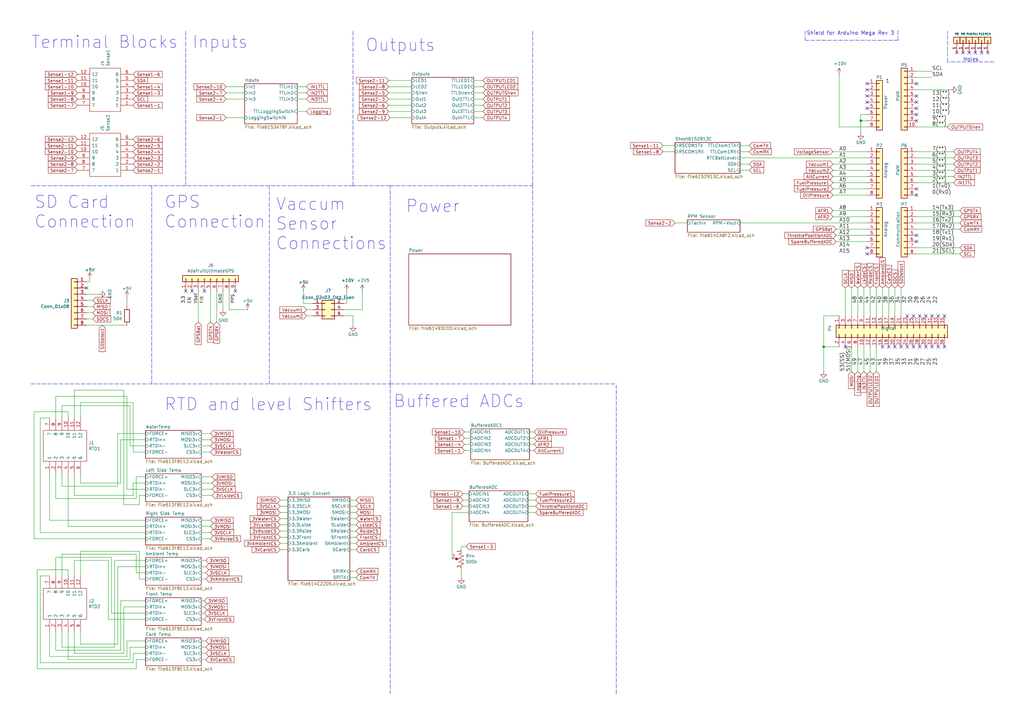
<source format=kicad_sch>
(kicad_sch (version 20211123) (generator eeschema)
  (paper "A3")
  (title_block (date "mar. 31 mars 2015"))
  (junction (at 337.82 142.24))
  (junction (at 353.06 49.53))
  (no_connect (at 78.74 119.38))
  (no_connect (at 392.43 21.59))
  (no_connect (at 355.6 104.14))
  (no_connect (at 355.6 41.91))
  (no_connect (at 355.6 36.83))
  (no_connect (at 355.6 39.37))
  (no_connect (at 355.6 44.45))
  (no_connect (at 355.6 101.6))
  (no_connect (at 375.92 96.52))
  (no_connect (at 375.92 99.06))
  (no_connect (at 364.49 142.24))
  (no_connect (at 367.03 142.24))
  (no_connect (at 375.92 44.45))
  (no_connect (at 394.97 21.59))
  (no_connect (at 375.92 39.37))
  (no_connect (at 83.82 119.38))
  (no_connect (at 355.6 34.29))
  (no_connect (at 387.35 129.54))
  (no_connect (at 387.35 142.24))
  (no_connect (at 405.13 21.59))
  (no_connect (at 375.92 34.29))
  (no_connect (at 346.71 142.24))
  (no_connect (at 375.92 41.91))
  (no_connect (at 375.92 80.01))
  (no_connect (at 397.51 21.59))
  (no_connect (at 35.56 118.11))
  (no_connect (at 375.92 46.99))
  (no_connect (at 96.52 119.38))
  (no_connect (at 372.11 129.54))
  (no_connect (at 384.81 129.54))
  (no_connect (at 377.19 129.54))
  (no_connect (at 382.27 129.54))
  (no_connect (at 379.73 129.54))
  (no_connect (at 374.65 129.54))
  (no_connect (at 372.11 142.24))
  (no_connect (at 374.65 142.24))
  (no_connect (at 382.27 142.24))
  (no_connect (at 384.81 142.24))
  (no_connect (at 361.95 142.24))
  (no_connect (at 377.19 142.24))
  (no_connect (at 379.73 142.24))
  (no_connect (at 369.57 142.24))
  (no_connect (at 375.92 49.53))
  (no_connect (at 402.59 21.59))
  (no_connect (at 400.05 21.59))
  (no_connect (at 76.2 119.38))
  (no_connect (at 375.92 77.47))
  (wire (pts (xy 35.56 125.73) (xy 38.1 125.73)))
  (wire (pts (xy 25.4 166.37) (xy 25.4 171.45)))
  (wire (pts (xy 349.25 142.24) (xy 349.25 152.4)))
  (wire (pts (xy 349.25 118.11) (xy 349.25 129.54)))
  (wire (pts (xy 375.92 91.44) (xy 393.7 91.44)))
  (wire (pts (xy 190.5 177.165) (xy 193.04 177.165)))
  (wire (pts (xy 16.51 271.78) (xy 16.51 236.22)))
  (wire (pts (xy 53.34 265.43) (xy 59.69 265.43)))
  (wire (pts (xy 52.07 162.56) (xy 52.07 200.66)))
  (wire (pts (xy 16.51 171.45) (xy 20.32 171.45)))
  (wire (pts (xy 82.55 213.36) (xy 86.36 213.36)))
  (wire (pts (xy 367.03 118.11) (xy 367.03 129.54)))
  (wire (pts (xy 303.53 69.85) (xy 307.34 69.85)))
  (wire (pts (xy 342.9 93.98) (xy 355.6 93.98)))
  (wire (pts (xy 375.92 67.31) (xy 391.16 67.31)))
  (wire (pts (xy 82.55 248.92) (xy 83.82 248.92)))
  (wire (pts (xy 86.36 119.38) (xy 86.36 132.08)))
  (wire (pts (xy 36.83 115.57) (xy 36.83 114.3)))
  (wire (pts (xy 143.51 225.425) (xy 146.05 225.425)))
  (wire (pts (xy 59.69 182.88) (xy 53.34 182.88)))
  (wire (pts (xy 341.63 69.85) (xy 355.6 69.85)))
  (wire (pts (xy 375.92 74.93) (xy 391.16 74.93)))
  (wire (pts (xy 49.53 266.7) (xy 22.86 266.7)))
  (wire (pts (xy 35.56 115.57) (xy 36.83 115.57)))
  (wire (pts (xy 146.05 234.315) (xy 143.51 234.315)))
  (wire (pts (xy 82.55 270.51) (xy 84.455 270.51)))
  (wire (pts (xy 143.51 205.105) (xy 146.05 205.105)))
  (wire (pts (xy 59.69 246.38) (xy 49.53 246.38)))
  (wire (pts (xy 55.88 270.51) (xy 59.69 270.51)))
  (wire (pts (xy 16.51 218.44) (xy 16.51 171.45)))
  (polyline (pts (xy 330.2 16.51) (xy 368.3 16.51)))
  (wire (pts (xy 190.5 182.245) (xy 193.04 182.245)))
  (wire (pts (xy 59.69 262.89) (xy 52.07 262.89)))
  (wire (pts (xy 382.27 31.75) (xy 375.92 31.75)))
  (wire (pts (xy 303.53 59.69) (xy 307.34 59.69)))
  (wire (pts (xy 52.07 133.35) (xy 35.56 133.35)))
  (wire (pts (xy 342.9 99.06) (xy 355.6 99.06)))
  (wire (pts (xy 189.865 202.565) (xy 192.405 202.565)))
  (wire (pts (xy 59.69 195.58) (xy 55.88 195.58)))
  (wire (pts (xy 351.79 118.11) (xy 351.79 129.54)))
  (wire (pts (xy 81.28 119.38) (xy 81.28 132.08)))
  (wire (pts (xy 82.55 198.12) (xy 86.995 198.12)))
  (wire (pts (xy 143.51 222.885) (xy 146.05 222.885)))
  (wire (pts (xy 13.97 220.98) (xy 59.69 220.98)))
  (wire (pts (xy 25.4 236.22) (xy 25.4 227.33)))
  (wire (pts (xy 30.48 267.97) (xy 50.8 267.97)))
  (wire (pts (xy 125.73 129.54) (xy 128.27 129.54)))
  (wire (pts (xy 22.86 236.22) (xy 22.86 228.6)))
  (wire (pts (xy 159.385 35.56) (xy 168.91 35.56)))
  (wire (pts (xy 38.1 123.19) (xy 35.56 123.19)))
  (wire (pts (xy 53.34 270.51) (xy 53.34 265.43)))
  (wire (pts (xy 143.51 220.345) (xy 146.05 220.345)))
  (wire (pts (xy 159.385 43.18) (xy 168.91 43.18)))
  (wire (pts (xy 148.59 127) (xy 140.97 127)))
  (wire (pts (xy 82.55 220.98) (xy 86.36 220.98)))
  (wire (pts (xy 82.55 267.97) (xy 84.455 267.97)))
  (wire (pts (xy 30.48 160.02) (xy 30.48 171.45)))
  (wire (pts (xy 361.95 118.11) (xy 361.95 129.54)))
  (wire (pts (xy 33.02 165.1) (xy 33.02 171.45)))
  (wire (pts (xy 353.06 49.53) (xy 353.06 54.61)))
  (wire (pts (xy 144.78 129.54) (xy 144.78 133.35)))
  (wire (pts (xy 355.6 49.53) (xy 353.06 49.53)))
  (wire (pts (xy 344.17 142.24) (xy 337.82 142.24)))
  (wire (pts (xy 355.6 74.93) (xy 341.63 74.93)))
  (wire (pts (xy 59.69 267.97) (xy 54.61 267.97)))
  (wire (pts (xy 342.9 96.52) (xy 355.6 96.52)))
  (wire (pts (xy 46.99 229.87) (xy 59.69 229.87)))
  (wire (pts (xy 59.69 203.2) (xy 57.15 203.2)))
  (wire (pts (xy 114.935 217.805) (xy 118.11 217.805)))
  (wire (pts (xy 38.1 128.27) (xy 35.56 128.27)))
  (wire (pts (xy 57.15 203.2) (xy 57.15 207.01)))
  (polyline (pts (xy 218.44 157.48) (xy 252.73 157.48)))
  (wire (pts (xy 359.41 142.24) (xy 359.41 152.4)))
  (wire (pts (xy 341.63 88.9) (xy 355.6 88.9)))
  (wire (pts (xy 82.55 215.9) (xy 86.36 215.9)))
  (wire (pts (xy 341.63 62.23) (xy 355.6 62.23)))
  (wire (pts (xy 52.07 262.89) (xy 52.07 269.24)))
  (wire (pts (xy 216.535 202.565) (xy 219.71 202.565)))
  (wire (pts (xy 33.02 198.12) (xy 33.02 194.31)))
  (wire (pts (xy 121.92 35.56) (xy 125.73 35.56)))
  (wire (pts (xy 82.55 262.89) (xy 84.455 262.89)))
  (wire (pts (xy 143.51 210.185) (xy 146.05 210.185)))
  (wire (pts (xy 82.55 237.49) (xy 84.455 237.49)))
  (polyline (pts (xy 252.73 239.395) (xy 252.73 158.115)))
  (wire (pts (xy 27.94 215.9) (xy 27.94 194.31)))
  (wire (pts (xy 59.69 232.41) (xy 48.26 232.41)))
  (wire (pts (xy 128.27 124.46) (xy 124.46 124.46)))
  (wire (pts (xy 25.4 199.39) (xy 25.4 194.31)))
  (polyline (pts (xy 144.78 76.2) (xy 76.2 76.2)))
  (wire (pts (xy 355.6 46.99) (xy 353.06 46.99)))
  (wire (pts (xy 341.63 77.47) (xy 355.6 77.47)))
  (wire (pts (xy 353.06 46.99) (xy 353.06 49.53)))
  (wire (pts (xy 50.8 267.97) (xy 50.8 248.92)))
  (polyline (pts (xy 388.62 25.4) (xy 388.62 12.7)))
  (wire (pts (xy 27.94 233.68) (xy 15.24 233.68)))
  (wire (pts (xy 48.26 264.16) (xy 33.02 264.16)))
  (wire (pts (xy 142.24 119.38) (xy 142.24 124.46)))
  (wire (pts (xy 194.31 38.1) (xy 198.12 38.1)))
  (wire (pts (xy 59.69 254) (xy 44.45 254)))
  (wire (pts (xy 22.86 171.45) (xy 22.86 162.56)))
  (wire (pts (xy 143.51 215.265) (xy 146.05 215.265)))
  (wire (pts (xy 52.07 269.24) (xy 20.32 269.24)))
  (wire (pts (xy 159.385 45.72) (xy 168.91 45.72)))
  (wire (pts (xy 114.935 207.645) (xy 118.11 207.645)))
  (wire (pts (xy 82.55 251.46) (xy 83.82 251.46)))
  (polyline (pts (xy 144.78 12.7) (xy 144.78 76.2)))
  (wire (pts (xy 30.48 229.87) (xy 30.48 236.22)))
  (wire (pts (xy 356.87 142.24) (xy 356.87 152.4)))
  (wire (pts (xy 91.44 127) (xy 91.44 119.38)))
  (wire (pts (xy 375.92 36.83) (xy 389.89 36.83)))
  (wire (pts (xy 48.26 177.8) (xy 48.26 199.39)))
  (wire (pts (xy 217.17 184.785) (xy 219.075 184.785)))
  (wire (pts (xy 82.55 195.58) (xy 86.995 195.58)))
  (wire (pts (xy 194.31 33.02) (xy 198.12 33.02)))
  (wire (pts (xy 54.61 271.78) (xy 16.51 271.78)))
  (wire (pts (xy 303.53 64.77) (xy 355.6 64.77)))
  (wire (pts (xy 185.42 210.185) (xy 185.42 229.235)))
  (wire (pts (xy 159.385 33.02) (xy 168.91 33.02)))
  (wire (pts (xy 52.07 200.66) (xy 59.69 200.66)))
  (wire (pts (xy 27.94 236.22) (xy 27.94 233.68)))
  (wire (pts (xy 354.33 118.11) (xy 354.33 129.54)))
  (wire (pts (xy 121.92 38.1) (xy 125.73 38.1)))
  (wire (pts (xy 375.92 104.14) (xy 393.7 104.14)))
  (wire (pts (xy 27.94 171.45) (xy 27.94 168.91)))
  (wire (pts (xy 159.385 40.64) (xy 168.91 40.64)))
  (wire (pts (xy 142.24 124.46) (xy 140.97 124.46)))
  (wire (pts (xy 375.92 29.21) (xy 382.27 29.21)))
  (polyline (pts (xy 110.49 76.2) (xy 110.49 157.48)))
  (wire (pts (xy 346.71 118.11) (xy 346.71 129.54)))
  (wire (pts (xy 337.82 142.24) (xy 337.82 152.4)))
  (wire (pts (xy 92.71 38.1) (xy 100.33 38.1)))
  (wire (pts (xy 30.48 259.08) (xy 30.48 267.97)))
  (polyline (pts (xy 76.2 12.7) (xy 76.2 76.2)))
  (wire (pts (xy 59.69 185.42) (xy 54.61 185.42)))
  (wire (pts (xy 25.4 227.33) (xy 55.88 227.33)))
  (polyline (pts (xy 12.7 76.2) (xy 76.2 76.2)))
  (wire (pts (xy 44.45 229.87) (xy 30.48 229.87)))
  (wire (pts (xy 189.23 225.425) (xy 189.23 224.155)))
  (wire (pts (xy 189.23 224.155) (xy 191.135 224.155)))
  (wire (pts (xy 54.61 198.12) (xy 54.61 203.2)))
  (wire (pts (xy 20.32 213.36) (xy 20.32 194.31)))
  (wire (pts (xy 40.64 120.65) (xy 35.56 120.65)))
  (wire (pts (xy 351.79 142.24) (xy 351.79 152.4)))
  (wire (pts (xy 27.94 270.51) (xy 53.34 270.51)))
  (wire (pts (xy 59.69 198.12) (xy 54.61 198.12)))
  (wire (pts (xy 48.26 199.39) (xy 25.4 199.39)))
  (wire (pts (xy 50.8 207.01) (xy 50.8 160.02)))
  (wire (pts (xy 49.53 180.34) (xy 49.53 198.12)))
  (polyline (pts (xy 160.02 76.2) (xy 144.78 76.2)))
  (wire (pts (xy 194.31 48.26) (xy 198.12 48.26)))
  (polyline (pts (xy 160.02 157.48) (xy 218.44 157.48)))
  (wire (pts (xy 13.97 168.91) (xy 13.97 220.98)))
  (wire (pts (xy 194.31 43.18) (xy 198.12 43.18)))
  (wire (pts (xy 143.51 236.855) (xy 146.05 236.855)))
  (wire (pts (xy 375.92 69.85) (xy 391.16 69.85)))
  (polyline (pts (xy 368.3 16.51) (xy 368.3 12.065)))
  (wire (pts (xy 82.55 232.41) (xy 84.455 232.41)))
  (wire (pts (xy 25.4 265.43) (xy 46.99 265.43)))
  (wire (pts (xy 53.34 182.88) (xy 53.34 166.37)))
  (wire (pts (xy 143.51 212.725) (xy 146.05 212.725)))
  (wire (pts (xy 354.33 142.24) (xy 354.33 152.4)))
  (wire (pts (xy 114.935 210.185) (xy 118.11 210.185)))
  (wire (pts (xy 22.86 266.7) (xy 22.86 259.08)))
  (wire (pts (xy 59.69 177.8) (xy 48.26 177.8)))
  (wire (pts (xy 337.82 129.54) (xy 337.82 142.24)))
  (wire (pts (xy 54.61 203.2) (xy 30.48 203.2)))
  (wire (pts (xy 114.935 225.425) (xy 118.11 225.425)))
  (wire (pts (xy 114.935 205.105) (xy 118.11 205.105)))
  (wire (pts (xy 46.99 265.43) (xy 46.99 229.87)))
  (wire (pts (xy 160.02 48.26) (xy 168.91 48.26)))
  (wire (pts (xy 48.26 232.41) (xy 48.26 264.16)))
  (wire (pts (xy 114.935 212.725) (xy 118.11 212.725)))
  (wire (pts (xy 82.55 180.34) (xy 86.36 180.34)))
  (wire (pts (xy 355.6 80.01) (xy 341.63 80.01)))
  (wire (pts (xy 121.92 40.64) (xy 125.73 40.64)))
  (wire (pts (xy 82.55 182.88) (xy 86.36 182.88)))
  (wire (pts (xy 82.55 265.43) (xy 84.455 265.43)))
  (polyline (pts (xy 160.02 157.48) (xy 160.02 76.2)))
  (wire (pts (xy 375.92 52.07) (xy 388.62 52.07)))
  (wire (pts (xy 189.23 233.045) (xy 189.23 236.855)))
  (wire (pts (xy 22.86 228.6) (xy 45.72 228.6)))
  (wire (pts (xy 143.51 207.645) (xy 146.05 207.645)))
  (wire (pts (xy 121.92 45.72) (xy 125.73 45.72)))
  (polyline (pts (xy 407.67 25.4) (xy 388.62 25.4)))
  (wire (pts (xy 25.4 259.08) (xy 25.4 265.43)))
  (wire (pts (xy 55.88 195.58) (xy 55.88 204.47)))
  (wire (pts (xy 50.8 248.92) (xy 59.69 248.92)))
  (wire (pts (xy 49.53 246.38) (xy 49.53 266.7)))
  (wire (pts (xy 20.32 269.24) (xy 20.32 259.08)))
  (wire (pts (xy 194.31 40.64) (xy 198.12 40.64)))
  (wire (pts (xy 216.535 207.645) (xy 219.71 207.645)))
  (wire (pts (xy 35.56 130.81) (xy 38.1 130.81)))
  (wire (pts (xy 375.92 93.98) (xy 393.7 93.98)))
  (wire (pts (xy 92.71 35.56) (xy 100.33 35.56)))
  (wire (pts (xy 276.86 91.44) (xy 281.94 91.44)))
  (wire (pts (xy 216.535 205.105) (xy 219.71 205.105)))
  (wire (pts (xy 82.55 203.2) (xy 86.995 203.2)))
  (wire (pts (xy 375.92 88.9) (xy 393.7 88.9)))
  (wire (pts (xy 15.24 233.68) (xy 15.24 274.32)))
  (wire (pts (xy 45.72 251.46) (xy 59.69 251.46)))
  (wire (pts (xy 30.48 203.2) (xy 30.48 194.31)))
  (wire (pts (xy 140.97 129.54) (xy 144.78 129.54)))
  (wire (pts (xy 369.57 118.11) (xy 369.57 129.54)))
  (wire (pts (xy 54.61 267.97) (xy 54.61 271.78)))
  (wire (pts (xy 33.02 236.22) (xy 33.02 226.06)))
  (wire (pts (xy 125.73 127) (xy 128.27 127)))
  (wire (pts (xy 217.17 179.705) (xy 219.075 179.705)))
  (polyline (pts (xy 62.23 76.2) (xy 62.23 157.48)))
  (wire (pts (xy 341.63 72.39) (xy 355.6 72.39)))
  (wire (pts (xy 189.865 205.105) (xy 192.405 205.105)))
  (wire (pts (xy 82.55 234.95) (xy 84.455 234.95)))
  (wire (pts (xy 124.46 124.46) (xy 124.46 119.38)))
  (wire (pts (xy 93.98 127) (xy 101.6 127)))
  (wire (pts (xy 356.87 118.11) (xy 356.87 129.54)))
  (wire (pts (xy 355.6 52.07) (xy 344.17 52.07)))
  (wire (pts (xy 341.63 86.36) (xy 355.6 86.36)))
  (wire (pts (xy 114.935 215.265) (xy 118.11 215.265)))
  (wire (pts (xy 159.385 38.1) (xy 168.91 38.1)))
  (wire (pts (xy 190.5 179.705) (xy 193.04 179.705)))
  (wire (pts (xy 82.55 200.66) (xy 86.995 200.66)))
  (wire (pts (xy 114.935 220.345) (xy 118.11 220.345)))
  (wire (pts (xy 57.15 226.06) (xy 57.15 237.49)))
  (wire (pts (xy 54.61 165.1) (xy 33.02 165.1)))
  (wire (pts (xy 114.935 222.885) (xy 118.11 222.885)))
  (wire (pts (xy 93.98 127) (xy 93.98 119.38)))
  (polyline (pts (xy 12.7 157.48) (xy 160.02 157.48)))
  (wire (pts (xy 307.34 67.31) (xy 303.53 67.31)))
  (wire (pts (xy 185.42 210.185) (xy 192.405 210.185)))
  (wire (pts (xy 344.17 129.54) (xy 337.82 129.54)))
  (polyline (pts (xy 330.2 12.7) (xy 330.2 16.51)))
  (wire (pts (xy 375.92 101.6) (xy 393.7 101.6)))
  (wire (pts (xy 54.61 185.42) (xy 54.61 165.1)))
  (wire (pts (xy 82.55 185.42) (xy 86.36 185.42)))
  (wire (pts (xy 50.8 160.02) (xy 30.48 160.02)))
  (wire (pts (xy 55.88 227.33) (xy 55.88 234.95)))
  (wire (pts (xy 92.71 40.64) (xy 100.33 40.64)))
  (wire (pts (xy 82.55 218.44) (xy 86.36 218.44)))
  (wire (pts (xy 375.92 62.23) (xy 391.16 62.23)))
  (wire (pts (xy 189.865 207.645) (xy 192.405 207.645)))
  (wire (pts (xy 364.49 118.11) (xy 364.49 129.54)))
  (wire (pts (xy 57.15 207.01) (xy 50.8 207.01)))
  (wire (pts (xy 59.69 180.34) (xy 49.53 180.34)))
  (wire (pts (xy 341.63 67.31) (xy 355.6 67.31)))
  (wire (pts (xy 45.72 228.6) (xy 45.72 251.46)))
  (wire (pts (xy 27.94 168.91) (xy 13.97 168.91)))
  (wire (pts (xy 148.59 119.38) (xy 148.59 127)))
  (wire (pts (xy 59.69 218.44) (xy 16.51 218.44)))
  (wire (pts (xy 375.92 86.36) (xy 393.7 86.36)))
  (wire (pts (xy 44.45 254) (xy 44.45 229.87)))
  (wire (pts (xy 33.02 264.16) (xy 33.02 259.08)))
  (wire (pts (xy 22.86 204.47) (xy 22.86 194.31)))
  (wire (pts (xy 82.55 246.38) (xy 83.82 246.38)))
  (wire (pts (xy 27.94 259.08) (xy 27.94 270.51)))
  (wire (pts (xy 53.34 166.37) (xy 25.4 166.37)))
  (wire (pts (xy 375.92 72.39) (xy 391.16 72.39)))
  (wire (pts (xy 52.07 121.92) (xy 52.07 125.73)))
  (wire (pts (xy 190.5 184.785) (xy 193.04 184.785)))
  (wire (pts (xy 82.55 254) (xy 83.82 254)))
  (wire (pts (xy 143.51 217.805) (xy 146.05 217.805)))
  (polyline (pts (xy 160.02 157.48) (xy 160.02 284.48)))
  (wire (pts (xy 303.53 91.44) (xy 355.6 91.44)))
  (wire (pts (xy 22.86 162.56) (xy 52.07 162.56)))
  (wire (pts (xy 216.535 210.185) (xy 219.71 210.185)))
  (wire (pts (xy 92.71 48.26) (xy 100.33 48.26)))
  (wire (pts (xy 49.53 198.12) (xy 33.02 198.12)))
  (wire (pts (xy 55.88 234.95) (xy 59.69 234.95)))
  (wire (pts (xy 194.31 35.56) (xy 198.12 35.56)))
  (wire (pts (xy 217.17 182.245) (xy 219.075 182.245)))
  (wire (pts (xy 194.31 45.72) (xy 198.12 45.72)))
  (polyline (pts (xy 252.73 239.395) (xy 252.73 285.115)))
  (wire (pts (xy 271.78 62.23) (xy 276.86 62.23)))
  (wire (pts (xy 82.55 229.87) (xy 84.455 229.87)))
  (wire (pts (xy 88.9 119.38) (xy 88.9 132.08)))
  (wire (pts (xy 16.51 236.22) (xy 20.32 236.22)))
  (wire (pts (xy 82.55 177.8) (xy 86.36 177.8)))
  (polyline (pts (xy 160.02 76.2) (xy 218.44 76.2)))
  (wire (pts (xy 375.92 64.77) (xy 391.16 64.77)))
  (wire (pts (xy 55.88 274.32) (xy 55.88 270.51)))
  (wire (pts (xy 15.24 274.32) (xy 55.88 274.32)))
  (wire (pts (xy 59.69 213.36) (xy 20.32 213.36)))
  (wire (pts (xy 344.17 52.07) (xy 344.17 30.48)))
  (wire (pts (xy 307.34 62.23) (xy 303.53 62.23)))
  (polyline (pts (xy 218.44 12.7) (xy 218.44 76.2)))
  (wire (pts (xy 55.88 204.47) (xy 22.86 204.47)))
  (wire (pts (xy 271.78 59.69) (xy 276.86 59.69)))
  (wire (pts (xy 59.69 215.9) (xy 27.94 215.9)))
  (wire (pts (xy 57.15 237.49) (xy 59.69 237.49)))
  (wire (pts (xy 359.41 118.11) (xy 359.41 129.54)))
  (wire (pts (xy 217.17 177.165) (xy 219.075 177.165)))
  (wire (pts (xy 33.02 226.06) (xy 57.15 226.06)))
  (polyline (pts (xy 218.44 157.48) (xy 218.44 76.2)))
  (text "Holes" (at 394.97 25.4 0) (effects (font (size 1.524 1.524)) (justify left bottom)))
  (text "1" (at 363.22 34.29 0) (effects (font (size 1.524 1.524)) (justify left bottom)))
  (text "Shield for Arduino Mega Rev 3" (at 330.835 14.605 0) (effects (font (size 1.524 1.524)) (justify left bottom)))
  (text "Outputs" (at 149.86 21.59 0) (effects (font (size 5 5)) (justify left bottom)))
  (text "Vaccum\nSensor\nConnections" (at 113.03 102.87 0) (effects (font (size 5 5)) (justify left bottom)))
  (text "SD Card\nConnection" (at 13.97 93.98 0) (effects (font (size 5 5)) (justify left bottom)))
  (text "Inputs\n" (at 78.74 20.32 0) (effects (font (size 5 5)) (justify left bottom)))
  (text "Buffered ADCs" (at 161.29 167.64 0) (effects (font (size 5 5)) (justify left bottom)))
  (text "GPS\nConnection" (at 67.31 93.98 0) (effects (font (size 5 5)) (justify left bottom)))
  (text "Terminal Blocks\n" (at 12.7 20.32 0) (effects (font (size 5 5)) (justify left bottom)))
  (text "RTD and level Shifters" (at 67.31 168.91 0) (effects (font (size 5 5)) (justify left bottom)))
  (text "Power" (at 166.37 87.63 0) (effects (font (size 5 5)) (justify left bottom)))
  (label "23" (at 384.81 149.86 90) (effects (font (size 1.524 1.524))))
  (label "19(Rx1)" (at 382.27 99.06 0) (effects (font (size 1.524 1.524))))
  (label "39" (at 364.49 149.86 90) (effects (font (size 1.524 1.524))))
  (label "24" (at 382.27 124.46 90) (effects (font (size 1.524 1.524))))
  (label "37" (at 367.03 149.86 90) (effects (font (size 1.524 1.524))))
  (label "29" (at 377.19 149.86 90) (effects (font (size 1.524 1.524))))
  (label "4(**)" (at 382.27 69.85 0) (effects (font (size 1.524 1.524))))
  (label "1(Tx0)" (at 382.27 77.47 0) (effects (font (size 1.524 1.524))))
  (label "21(SCL)" (at 382.27 104.14 0) (effects (font (size 1.524 1.524))))
  (label "A0" (at 344.17 62.23 0) (effects (font (size 1.524 1.524))))
  (label "11(**)" (at 382.27 44.45 0) (effects (font (size 1.524 1.524))))
  (label "3.3" (at 76.2 124.46 90))
  (label "31" (at 374.65 149.86 90) (effects (font (size 1.524 1.524))))
  (label "0(Rx0)" (at 382.27 80.01 0) (effects (font (size 1.524 1.524))))
  (label "6(**)" (at 382.27 64.77 0) (effects (font (size 1.524 1.524))))
  (label "5(**)" (at 382.27 67.31 0) (effects (font (size 1.524 1.524))))
  (label "9(**)" (at 382.27 49.53 0) (effects (font (size 1.524 1.524))))
  (label "SDA" (at 382.27 31.75 0) (effects (font (size 1.524 1.524))))
  (label "40" (at 361.95 124.46 90) (effects (font (size 1.524 1.524))))
  (label "46" (at 354.33 124.46 90) (effects (font (size 1.524 1.524))))
  (label "A13" (at 344.17 99.06 0) (effects (font (size 1.524 1.524))))
  (label "16(Tx2)" (at 382.27 91.44 0) (effects (font (size 1.524 1.524))))
  (label "A10" (at 344.17 91.44 0) (effects (font (size 1.524 1.524))))
  (label "A5" (at 344.17 74.93 0) (effects (font (size 1.524 1.524))))
  (label "22" (at 384.81 124.46 90) (effects (font (size 1.524 1.524))))
  (label "A8" (at 344.17 86.36 0) (effects (font (size 1.524 1.524))))
  (label "51(MOSI)" (at 349.25 152.4 90) (effects (font (size 1.524 1.524))))
  (label "30" (at 374.65 124.46 90) (effects (font (size 1.524 1.524))))
  (label "EN" (at 78.74 124.46 90))
  (label "17(Rx2)" (at 382.27 93.98 0) (effects (font (size 1.524 1.524))))
  (label "3(**)" (at 382.27 72.39 0) (effects (font (size 1.524 1.524))))
  (label "44" (at 356.87 124.46 90) (effects (font (size 1.524 1.524))))
  (label "A9" (at 344.17 88.9 0) (effects (font (size 1.524 1.524))))
  (label "FIX" (at 83.82 124.46 90))
  (label "43" (at 359.41 149.86 90) (effects (font (size 1.524 1.524))))
  (label "28" (at 377.19 124.46 90) (effects (font (size 1.524 1.524))))
  (label "8(**)" (at 382.27 52.07 0) (effects (font (size 1.524 1.524))))
  (label "A11" (at 344.17 93.98 0) (effects (font (size 1.524 1.524))))
  (label "A12" (at 344.17 96.52 0) (effects (font (size 1.524 1.524))))
  (label "12(**)" (at 382.27 41.91 0) (effects (font (size 1.524 1.524))))
  (label "27" (at 379.73 149.86 90) (effects (font (size 1.524 1.524))))
  (label "38" (at 364.49 124.46 90) (effects (font (size 1.524 1.524))))
  (label "A14" (at 344.17 101.6 0) (effects (font (size 1.524 1.524))))
  (label "A15" (at 344.17 104.14 0) (effects (font (size 1.524 1.524))))
  (label "A3" (at 344.17 69.85 0) (effects (font (size 1.524 1.524))))
  (label "47" (at 354.33 149.86 90) (effects (font (size 1.524 1.524))))
  (label "14(Tx3)" (at 382.27 86.36 0) (effects (font (size 1.524 1.524))))
  (label "GND" (at 91.44 124.46 90))
  (label "41" (at 361.95 149.86 90) (effects (font (size 1.524 1.524))))
  (label "33" (at 372.11 149.86 90) (effects (font (size 1.524 1.524))))
  (label "53(SS)" (at 346.71 152.4 90) (effects (font (size 1.524 1.524))))
  (label "18(Tx1)" (at 382.27 96.52 0) (effects (font (size 1.524 1.524))))
  (label "26" (at 379.73 124.46 90) (effects (font (size 1.524 1.524))))
  (label "A7" (at 344.17 80.01 0) (effects (font (size 1.524 1.524))))
  (label "25" (at 382.27 149.86 90) (effects (font (size 1.524 1.524))))
  (label "A6" (at 344.17 77.47 0) (effects (font (size 1.524 1.524))))
  (label "SCL" (at 382.27 29.21 0) (effects (font (size 1.524 1.524))))
  (label "2(**)" (at 382.27 74.93 0) (effects (font (size 1.524 1.524))))
  (label "42" (at 359.41 124.46 90) (effects (font (size 1.524 1.524))))
  (label "36" (at 367.03 124.46 90) (effects (font (size 1.524 1.524))))
  (label "A4" (at 344.17 72.39 0) (effects (font (size 1.524 1.524))))
  (label "34" (at 369.57 124.46 90) (effects (font (size 1.524 1.524))))
  (label "49" (at 351.79 149.86 90) (effects (font (size 1.524 1.524))))
  (label "10(**)" (at 382.27 46.99 0) (effects (font (size 1.524 1.524))))
  (label "35" (at 369.57 149.86 90) (effects (font (size 1.524 1.524))))
  (label "13(**)" (at 382.27 39.37 0) (effects (font (size 1.524 1.524))))
  (label "A2" (at 344.17 67.31 0) (effects (font (size 1.524 1.524))))
  (label "7(**)" (at 382.27 62.23 0) (effects (font (size 1.524 1.524))))
  (label "Vbat" (at 81.28 124.46 90))
  (label "48" (at 351.79 124.46 90) (effects (font (size 1.524 1.524))))
  (label "45" (at 356.87 149.86 90) (effects (font (size 1.524 1.524))))
  (label "PPS" (at 96.52 124.46 90))
  (label "A1" (at 344.17 64.77 0) (effects (font (size 1.524 1.524))))
  (label "15(Rx3)" (at 382.27 88.9 0) (effects (font (size 1.524 1.524))))
  (label "20(SDA)" (at 382.27 101.6 0) (effects (font (size 1.524 1.524))))
  (label "32" (at 372.11 124.46 90) (effects (font (size 1.524 1.524))))
  (global_label "Sense1-4" (shape input) (at 190.5 182.245 180) (property "Intersheet References" "${INTERSHEET_REFS}" (effects hide)))
  (global_label "GPSRX" (shape input) (at 88.9 132.08 270) (property "Intersheet References" "${INTERSHEET_REFS}" (effects hide)))
  (global_label "MISO" (shape input) (at 349.25 118.11 90) (property "Intersheet References" "${INTERSHEET_REFS}" (effects hide)))
  (global_label "3VMISO" (shape input) (at 86.36 213.36 0) (property "Intersheet References" "${INTERSHEET_REFS}" (effects hide)))
  (global_label "Sense1-1" (shape input) (at 190.5 184.785 180) (property "Intersheet References" "${INTERSHEET_REFS}" (effects hide)))
  (global_label "MOSI" (shape input) (at 38.1 128.27 0) (property "Intersheet References" "${INTERSHEET_REFS}" (effects hide)))
  (global_label "Sense2-6" (shape input) (at 54.61 57.15 0) (property "Intersheet References" "${INTERSHEET_REFS}" (effects hide)))
  (global_label "Sense2-2" (shape input) (at 54.61 67.31 0) (property "Intersheet References" "${INTERSHEET_REFS}" (effects hide)))
  (global_label "Sense2-2" (shape input) (at 276.86 91.44 180) (property "Intersheet References" "${INTERSHEET_REFS}" (effects hide)))
  (global_label "Sense2-8" (shape input) (at 31.75 67.31 180) (property "Intersheet References" "${INTERSHEET_REFS}" (effects hide)))
  (global_label "IN1TTL" (shape input) (at 391.16 74.93 0) (property "Intersheet References" "${INTERSHEET_REFS}" (effects hide)))
  (global_label "FuelPressure2" (shape input) (at 341.63 77.47 180) (property "Intersheet References" "${INTERSHEET_REFS}" (effects hide)))
  (global_label "SCLK" (shape input) (at 38.1 123.19 0) (property "Intersheet References" "${INTERSHEET_REFS}" (effects hide)))
  (global_label "OilPressure" (shape input) (at 341.63 80.01 180) (property "Intersheet References" "${INTERSHEET_REFS}" (effects hide)))
  (global_label "Sense2-4" (shape input) (at 92.71 40.64 180) (property "Intersheet References" "${INTERSHEET_REFS}" (effects hide)))
  (global_label "Sense2-3" (shape input) (at 159.385 40.64 180) (property "Intersheet References" "${INTERSHEET_REFS}" (effects hide)))
  (global_label "IN1TTL" (shape input) (at 125.73 35.56 0) (property "Intersheet References" "${INTERSHEET_REFS}" (effects hide)))
  (global_label "OUTPUTLED2" (shape input) (at 198.12 35.56 0) (property "Intersheet References" "${INTERSHEET_REFS}" (effects hide)))
  (global_label "3VFrontCS" (shape input) (at 83.82 254 0) (property "Intersheet References" "${INTERSHEET_REFS}" (effects hide)))
  (global_label "SCLK" (shape input) (at 346.71 118.11 90) (property "Intersheet References" "${INTERSHEET_REFS}" (effects hide)))
  (global_label "3VSCLK" (shape input) (at 86.36 182.88 0) (property "Intersheet References" "${INTERSHEET_REFS}" (effects hide)))
  (global_label "SDA" (shape input) (at 393.7 101.6 0) (property "Intersheet References" "${INTERSHEET_REFS}" (effects hide)))
  (global_label "Vacuum2" (shape input) (at 125.73 129.54 180) (property "Intersheet References" "${INTERSHEET_REFS}" (effects hide)))
  (global_label "3VMOSI" (shape input) (at 86.995 198.12 0) (property "Intersheet References" "${INTERSHEET_REFS}" (effects hide)))
  (global_label "Vacuum2" (shape input) (at 341.63 69.85 180) (property "Intersheet References" "${INTERSHEET_REFS}" (effects hide)))
  (global_label "IN2TTL" (shape input) (at 391.16 72.39 0) (property "Intersheet References" "${INTERSHEET_REFS}" (effects hide)))
  (global_label "3VMISO" (shape input) (at 84.455 262.89 0) (property "Intersheet References" "${INTERSHEET_REFS}" (effects hide)))
  (global_label "LsideCS" (shape input) (at 354.33 118.11 90) (property "Intersheet References" "${INTERSHEET_REFS}" (effects hide)))
  (global_label "3VCarbCS" (shape input) (at 114.935 225.425 180) (property "Intersheet References" "${INTERSHEET_REFS}" (effects hide)))
  (global_label "Sense1-3" (shape input) (at 54.61 38.1 0) (property "Intersheet References" "${INTERSHEET_REFS}" (effects hide)))
  (global_label "SCL" (shape input) (at 54.61 40.64 0) (property "Intersheet References" "${INTERSHEET_REFS}" (effects hide)))
  (global_label "3VSCLK" (shape input) (at 86.995 200.66 0) (property "Intersheet References" "${INTERSHEET_REFS}" (effects hide)))
  (global_label "ThrottlePositionADC" (shape input) (at 342.9 96.52 180) (property "Intersheet References" "${INTERSHEET_REFS}" (effects hide)))
  (global_label "Sense1-4" (shape input) (at 54.61 35.56 0) (property "Intersheet References" "${INTERSHEET_REFS}" (effects hide)))
  (global_label "OUTPUT2" (shape input) (at 198.12 43.18 0) (property "Intersheet References" "${INTERSHEET_REFS}" (effects hide)))
  (global_label "3VSCLK" (shape input) (at 83.82 251.46 0) (property "Intersheet References" "${INTERSHEET_REFS}" (effects hide)))
  (global_label "ComRX" (shape input) (at 146.05 234.315 0) (property "Intersheet References" "${INTERSHEET_REFS}" (effects hide)))
  (global_label "OUTPUTSiren" (shape input) (at 198.12 38.1 0) (property "Intersheet References" "${INTERSHEET_REFS}" (effects hide)))
  (global_label "OUTPUTLED2" (shape input) (at 356.87 152.4 270) (property "Intersheet References" "${INTERSHEET_REFS}" (effects hide)))
  (global_label "IN3TTL" (shape input) (at 125.73 40.64 0) (property "Intersheet References" "${INTERSHEET_REFS}" (effects hide)))
  (global_label "Sense1-1" (shape input) (at 54.61 43.18 0) (property "Intersheet References" "${INTERSHEET_REFS}" (effects hide)))
  (global_label "FuelPressure1" (shape input) (at 341.63 74.93 180) (property "Intersheet References" "${INTERSHEET_REFS}" (effects hide)))
  (global_label "3VWaterCS" (shape input) (at 86.36 185.42 0) (property "Intersheet References" "${INTERSHEET_REFS}" (effects hide)))
  (global_label "Sense2-8" (shape input) (at 159.385 35.56 180) (property "Intersheet References" "${INTERSHEET_REFS}" (effects hide)))
  (global_label "WaterCS" (shape input) (at 146.05 212.725 0) (property "Intersheet References" "${INTERSHEET_REFS}" (effects hide)))
  (global_label "3VMISO" (shape input) (at 86.36 177.8 0) (property "Intersheet References" "${INTERSHEET_REFS}" (effects hide)))
  (global_label "Sense1-9" (shape input) (at 31.75 38.1 180) (property "Intersheet References" "${INTERSHEET_REFS}" (effects hide)))
  (global_label "3VMISO" (shape input) (at 83.82 246.38 0) (property "Intersheet References" "${INTERSHEET_REFS}" (effects hide)))
  (global_label "Sense2-9" (shape input) (at 31.75 64.77 180) (property "Intersheet References" "${INTERSHEET_REFS}" (effects hide)))
  (global_label "IN2TTL" (shape input) (at 125.73 38.1 0) (property "Intersheet References" "${INTERSHEET_REFS}" (effects hide)))
  (global_label "Sense2-12" (shape input) (at 160.02 48.26 180) (property "Intersheet References" "${INTERSHEET_REFS}" (effects hide)))
  (global_label "Sense1-11" (shape input) (at 271.78 59.69 180) (property "Intersheet References" "${INTERSHEET_REFS}" (effects hide)))
  (global_label "Vacuum1" (shape input) (at 125.73 127 180) (property "Intersheet References" "${INTERSHEET_REFS}" (effects hide)))
  (global_label "AFR1" (shape input) (at 219.075 179.705 0) (property "Intersheet References" "${INTERSHEET_REFS}" (effects hide)))
  (global_label "Sense2-4" (shape input) (at 54.61 62.23 0) (property "Intersheet References" "${INTERSHEET_REFS}" (effects hide)))
  (global_label "ComRX" (shape input) (at 393.7 93.98 0) (property "Intersheet References" "${INTERSHEET_REFS}" (effects hide)))
  (global_label "OUTPUT1" (shape input) (at 198.12 40.64 0) (property "Intersheet References" "${INTERSHEET_REFS}" (effects hide)))
  (global_label "3VSCLK" (shape input) (at 84.455 234.95 0) (property "Intersheet References" "${INTERSHEET_REFS}" (effects hide)))
  (global_label "3VAmbientCS" (shape input) (at 114.935 222.885 180) (property "Intersheet References" "${INTERSHEET_REFS}" (effects hide)))
  (global_label "Sense2-10" (shape input) (at 31.75 62.23 180) (property "Intersheet References" "${INTERSHEET_REFS}" (effects hide)))
  (global_label "3VRsideCS" (shape input) (at 114.935 217.805 180) (property "Intersheet References" "${INTERSHEET_REFS}" (effects hide)))
  (global_label "Sense2-1" (shape input) (at 54.61 69.85 0) (property "Intersheet References" "${INTERSHEET_REFS}" (effects hide)))
  (global_label "Sense2-5" (shape input) (at 54.61 59.69 0) (property "Intersheet References" "${INTERSHEET_REFS}" (effects hide)))
  (global_label "Sense2-7" (shape input) (at 31.75 69.85 180) (property "Intersheet References" "${INTERSHEET_REFS}" (effects hide)))
  (global_label "FuelPressure2" (shape input) (at 219.71 205.105 0) (property "Intersheet References" "${INTERSHEET_REFS}" (effects hide)))
  (global_label "AmbientCS" (shape input) (at 361.95 118.11 90) (property "Intersheet References" "${INTERSHEET_REFS}" (effects hide)))
  (global_label "Sense2-6" (shape input) (at 159.385 43.18 180) (property "Intersheet References" "${INTERSHEET_REFS}" (effects hide)))
  (global_label "ThrottlePositionADC" (shape input) (at 219.71 207.645 0) (property "Intersheet References" "${INTERSHEET_REFS}" (effects hide)))
  (global_label "Sense2-11" (shape input) (at 31.75 59.69 180) (property "Intersheet References" "${INTERSHEET_REFS}" (effects hide)))
  (global_label "3VCarbCS" (shape input) (at 84.455 270.51 0) (property "Intersheet References" "${INTERSHEET_REFS}" (effects hide)))
  (global_label "3VMISO" (shape input) (at 84.455 229.87 0) (property "Intersheet References" "${INTERSHEET_REFS}" (effects hide)))
  (global_label "Sense2-11" (shape input) (at 159.385 33.02 180) (property "Intersheet References" "${INTERSHEET_REFS}" (effects hide)))
  (global_label "MISO" (shape input) (at 146.05 205.105 0) (property "Intersheet References" "${INTERSHEET_REFS}" (effects hide)))
  (global_label "Logging" (shape input) (at 125.73 45.72 0) (property "Intersheet References" "${INTERSHEET_REFS}" (effects hide)))
  (global_label "Sense1-12" (shape input) (at 31.75 30.48 180) (property "Intersheet References" "${INTERSHEET_REFS}" (effects hide)))
  (global_label "GPSRX" (shape input) (at 393.7 88.9 0) (property "Intersheet References" "${INTERSHEET_REFS}" (effects hide)))
  (global_label "SDDetect" (shape input) (at 41.91 133.35 270) (property "Intersheet References" "${INTERSHEET_REFS}" (effects hide)))
  (global_label "RsideCS" (shape input) (at 356.87 118.11 90) (property "Intersheet References" "${INTERSHEET_REFS}" (effects hide)))
  (global_label "3VLsideCS" (shape input) (at 114.935 215.265 180) (property "Intersheet References" "${INTERSHEET_REFS}" (effects hide)))
  (global_label "SCLK" (shape input) (at 146.05 207.645 0) (property "Intersheet References" "${INTERSHEET_REFS}" (effects hide)))
  (global_label "Logging" (shape input) (at 351.79 152.4 270) (property "Intersheet References" "${INTERSHEET_REFS}" (effects hide)))
  (global_label "OUTPUT1" (shape input) (at 391.16 69.85 0) (property "Intersheet References" "${INTERSHEET_REFS}" (effects hide)))
  (global_label "WaterCS" (shape input) (at 351.79 118.11 90) (property "Intersheet References" "${INTERSHEET_REFS}" (effects hide)))
  (global_label "3VMOSI" (shape input) (at 86.36 180.34 0) (property "Intersheet References" "${INTERSHEET_REFS}" (effects hide)))
  (global_label "AFR2" (shape input) (at 219.075 182.245 0) (property "Intersheet References" "${INTERSHEET_REFS}" (effects hide)))
  (global_label "3VFrontCS" (shape input) (at 114.935 220.345 180) (property "Intersheet References" "${INTERSHEET_REFS}" (effects hide)))
  (global_label "SDA" (shape input) (at 307.34 67.31 0) (property "Intersheet References" "${INTERSHEET_REFS}" (effects hide)))
  (global_label "3VMISO" (shape input) (at 114.935 205.105 180) (property "Intersheet References" "${INTERSHEET_REFS}" (effects hide)))
  (global_label "Sense2-9" (shape input) (at 159.385 45.72 180) (property "Intersheet References" "${INTERSHEET_REFS}" (effects hide)))
  (global_label "Sense1-9" (shape input) (at 189.865 205.105 180) (property "Intersheet References" "${INTERSHEET_REFS}" (effects hide)))
  (global_label "3VAmbientCS" (shape input) (at 84.455 237.49 0) (property "Intersheet References" "${INTERSHEET_REFS}" (effects hide)))
  (global_label "ComTX" (shape input) (at 307.34 59.69 0) (property "Intersheet References" "${INTERSHEET_REFS}" (effects hide)))
  (global_label "GPSBat" (shape input) (at 81.28 132.08 270) (property "Intersheet References" "${INTERSHEET_REFS}" (effects hide)))
  (global_label "3VRsideCS" (shape input) (at 86.36 220.98 0) (property "Intersheet References" "${INTERSHEET_REFS}" (effects hide)))
  (global_label "Sense1-6" (shape input) (at 189.865 207.645 180) (property "Intersheet References" "${INTERSHEET_REFS}" (effects hide)))
  (global_label "OUTPUTSiren" (shape input) (at 388.62 52.07 0) (property "Intersheet References" "${INTERSHEET_REFS}" (effects hide)))
  (global_label "IN3TTL" (shape input) (at 354.33 152.4 270) (property "Intersheet References" "${INTERSHEET_REFS}" (effects hide)))
  (global_label "Sense1-10" (shape input) (at 31.75 35.56 180) (property "Intersheet References" "${INTERSHEET_REFS}" (effects hide)))
  (global_label "SDDetect" (shape input) (at 369.57 118.11 90) (property "Intersheet References" "${INTERSHEET_REFS}" (effects hide)))
  (global_label "Sense1-7" (shape input) (at 190.5 179.705 180) (property "Intersheet References" "${INTERSHEET_REFS}" (effects hide)))
  (global_label "3VMISO" (shape input) (at 86.995 195.58 0) (property "Intersheet References" "${INTERSHEET_REFS}" (effects hide)))
  (global_label "MOSI" (shape input) (at 349.25 152.4 270) (property "Intersheet References" "${INTERSHEET_REFS}" (effects hide)))
  (global_label "GPSTX" (shape input) (at 393.7 86.36 0) (property "Intersheet References" "${INTERSHEET_REFS}" (effects hide)))
  (global_label "Sense2-7" (shape input) (at 92.71 38.1 180) (property "Intersheet References" "${INTERSHEET_REFS}" (effects hide)))
  (global_label "SDCS" (shape input) (at 367.03 118.11 90) (property "Intersheet References" "${INTERSHEET_REFS}" (effects hide)))
  (global_label "SpareBufferedADC" (shape input) (at 219.71 210.185 0) (property "Intersheet References" "${INTERSHEET_REFS}" (effects hide)))
  (global_label "3VSCLK" (shape input) (at 114.935 207.645 180) (property "Intersheet References" "${INTERSHEET_REFS}" (effects hide)))
  (global_label "Sense1-8" (shape input) (at 31.75 40.64 180) (property "Intersheet References" "${INTERSHEET_REFS}" (effects hide)))
  (global_label "Sense1-7" (shape input) (at 31.75 43.18 180) (property "Intersheet References" "${INTERSHEET_REFS}" (effects hide)))
  (global_label "SpareBufferedADC" (shape input) (at 342.9 99.06 180) (property "Intersheet References" "${INTERSHEET_REFS}" (effects hide)))
  (global_label "OUTPUTLED1" (shape input) (at 198.12 33.02 0) (property "Intersheet References" "${INTERSHEET_REFS}" (effects hide)))
  (global_label "Sense1-11" (shape input) (at 31.75 33.02 180) (property "Intersheet References" "${INTERSHEET_REFS}" (effects hide)))
  (global_label "OUTPUT4" (shape input) (at 391.16 62.23 0) (property "Intersheet References" "${INTERSHEET_REFS}" (effects hide)))
  (global_label "CarbCS" (shape input) (at 146.05 225.425 0) (property "Intersheet References" "${INTERSHEET_REFS}" (effects hide)))
  (global_label "Sense1-3" (shape input) (at 191.135 224.155 0) (property "Intersheet References" "${INTERSHEET_REFS}" (effects hide)))
  (global_label "Sense2-1" (shape input) (at 92.71 48.26 180) (property "Intersheet References" "${INTERSHEET_REFS}" (effects hide)))
  (global_label "3VSCLK" (shape input) (at 84.455 267.97 0) (property "Intersheet References" "${INTERSHEET_REFS}" (effects hide)))
  (global_label "CarbCS" (shape input) (at 364.49 118.11 90) (property "Intersheet References" "${INTERSHEET_REFS}" (effects hide)))
  (global_label "AmbientCS" (shape input) (at 146.05 222.885 0) (property "Intersheet References" "${INTERSHEET_REFS}" (effects hide)))
  (global_label "3VSCLK" (shape input) (at 86.36 218.44 0) (property "Intersheet References" "${INTERSHEET_REFS}" (effects hide)))
  (global_label "OilPressure" (shape input) (at 219.075 177.165 0) (property "Intersheet References" "${INTERSHEET_REFS}" (effects hide)))
  (global_label "Sense2-3" (shape input) (at 54.61 64.77 0) (property "Intersheet References" "${INTERSHEET_REFS}" (effects hide)))
  (global_label "OUTPUTLED1" (shape input) (at 359.41 152.4 270) (property "Intersheet References" "${INTERSHEET_REFS}" (effects hide)))
  (global_label "Vacuum1" (shape input) (at 341.63 67.31 180) (property "Intersheet References" "${INTERSHEET_REFS}" (effects hide)))
  (global_label "VoltageSensor" (shape input) (at 341.63 62.23 180) (property "Intersheet References" "${INTERSHEET_REFS}" (effects hide)))
  (global_label "Sense2-5" (shape input) (at 159.385 38.1 180) (property "Intersheet References" "${INTERSHEET_REFS}" (effects hide)))
  (global_label "MOSI" (shape input) (at 146.05 210.185 0) (property "Intersheet References" "${INTERSHEET_REFS}" (effects hide)))
  (global_label "Sense1-8" (shape input) (at 271.78 62.23 180) (property "Intersheet References" "${INTERSHEET_REFS}" (effects hide)))
  (global_label "3VMOSI" (shape input) (at 84.455 265.43 0) (property "Intersheet References" "${INTERSHEET_REFS}" (effects hide)))
  (global_label "LsideCS" (shape input) (at 146.05 215.265 0) (property "Intersheet References" "${INTERSHEET_REFS}" (effects hide)))
  (global_label "GPSTX" (shape input) (at 86.36 132.08 270) (property "Intersheet References" "${INTERSHEET_REFS}" (effects hide)))
  (global_label "ComTX" (shape input) (at 393.7 91.44 0) (property "Intersheet References" "${INTERSHEET_REFS}" (effects hide)))
  (global_label "FuelPressure1" (shape input) (at 219.71 202.565 0) (property "Intersheet References" "${INTERSHEET_REFS}" (effects hide)))
  (global_label "Sense1-6" (shape input) (at 54.61 30.48 0) (property "Intersheet References" "${INTERSHEET_REFS}" (effects hide)))
  (global_label "Sense1-10" (shape input) (at 190.5 177.165 180) (property "Intersheet References" "${INTERSHEET_REFS}" (effects hide)))
  (global_label "SDA" (shape input) (at 54.61 33.02 0) (property "Intersheet References" "${INTERSHEET_REFS}" (effects hide)))
  (global_label "ComRX" (shape input) (at 307.34 62.23 0) (property "Intersheet References" "${INTERSHEET_REFS}" (effects hide)))
  (global_label "GPSBat" (shape input) (at 342.9 93.98 180) (property "Intersheet References" "${INTERSHEET_REFS}" (effects hide)))
  (global_label "SCL" (shape input) (at 307.34 69.85 0) (property "Intersheet References" "${INTERSHEET_REFS}" (effects hide)))
  (global_label "3VLsideCS" (shape input) (at 86.995 203.2 0) (property "Intersheet References" "${INTERSHEET_REFS}" (effects hide)))
  (global_label "3VWaterCS" (shape input) (at 114.935 212.725 180) (property "Intersheet References" "${INTERSHEET_REFS}" (effects hide)))
  (global_label "Sense2-12" (shape input) (at 31.75 57.15 180) (property "Intersheet References" "${INTERSHEET_REFS}" (effects hide)))
  (global_label "RsideCS" (shape input) (at 146.05 217.805 0) (property "Intersheet References" "${INTERSHEET_REFS}" (effects hide)))
  (global_label "FrontCS" (shape input) (at 146.05 220.345 0) (property "Intersheet References" "${INTERSHEET_REFS}" (effects hide)))
  (global_label "SDCS" (shape input) (at 38.1 130.81 0) (property "Intersheet References" "${INTERSHEET_REFS}" (effects hide)))
  (global_label "AFR2" (shape input) (at 341.63 88.9 180) (property "Intersheet References" "${INTERSHEET_REFS}" (effects hide)))
  (global_label "FrontCS" (shape input) (at 359.41 118.11 90) (property "Intersheet References" "${INTERSHEET_REFS}" (effects hide)))
  (global_label "OUTPUT2" (shape input) (at 391.16 67.31 0) (property "Intersheet References" "${INTERSHEET_REFS}" (effects hide)))
  (global_label "3VMOSI" (shape input) (at 84.455 232.41 0) (property "Intersheet References" "${INTERSHEET_REFS}" (effects hide)))
  (global_label "ComTX" (shape input) (at 146.05 236.855 0) (property "Intersheet References" "${INTERSHEET_REFS}" (effects hide)))
  (global_label "Sense1-12" (shape input) (at 189.865 202.565 180) (property "Intersheet References" "${INTERSHEET_REFS}" (effects hide)))
  (global_label "3VMOSI" (shape input) (at 83.82 248.92 0) (property "Intersheet References" "${INTERSHEET_REFS}" (effects hide)))
  (global_label "SCL" (shape input) (at 393.7 104.14 0) (property "Intersheet References" "${INTERSHEET_REFS}" (effects hide)))
  (global_label "3VMOSI" (shape input) (at 86.36 215.9 0) (property "Intersheet References" "${INTERSHEET_REFS}" (effects hide)))
  (global_label "AltCurrent" (shape input) (at 341.63 72.39 180) (property "Intersheet References" "${INTERSHEET_REFS}" (effects hide)))
  (global_label "3VMOSI" (shape input) (at 114.935 210.185 180) (property "Intersheet References" "${INTERSHEET_REFS}" (effects hide)))
  (global_label "AFR1" (shape input) (at 341.63 86.36 180) (property "Intersheet References" "${INTERSHEET_REFS}" (effects hide)))
  (global_label "Sense2-10" (shape input) (at 92.71 35.56 180) (property "Intersheet References" "${INTERSHEET_REFS}" (effects hide)))
  (global_label "OUTPUT4" (shape input) (at 198.12 48.26 0) (property "Intersheet References" "${INTERSHEET_REFS}" (effects hide)))
  (global_label "AltCurrent" (shape input) (at 219.075 184.785 0) (property "Intersheet References" "${INTERSHEET_REFS}" (effects hide)))
  (global_label "OUTPUT3" (shape input) (at 198.12 45.72 0) (property "Intersheet References" "${INTERSHEET_REFS}" (effects hide)))
  (global_label "OUTPUT3" (shape input) (at 391.16 64.77 0) (property "Intersheet References" "${INTERSHEET_REFS}" (effects hide)))
  (global_label "MISO" (shape input) (at 38.1 125.73 0) (property "Intersheet References" "${INTERSHEET_REFS}" (effects hide)))
  (symbol (lib_id "Connector_Generic:Conn_01x01") (at 392.43 16.51 90) (unit 1)
    (property "Reference" "P8" (at 392.43 13.97 90) (effects (font (size 0.7874 0.7874))))
    (property "Value" "CONN_01X01" (effects hide))
    (property "Footprint" "Socket_Arduino_Mega:Arduino_1pin" (effects hide))
  )
  (symbol (lib_id "Connector_Generic:Conn_01x01") (at 394.97 16.51 90) (unit 1)
    (property "Reference" "P9" (at 394.97 13.97 90) (effects (font (size 0.7874 0.7874))))
    (property "Value" "CONN_01X01" (effects hide))
    (property "Footprint" "Socket_Arduino_Mega:Arduino_1pin" (effects hide))
  )
  (symbol (lib_id "Connector_Generic:Conn_01x01") (at 397.51 16.51 90) (unit 1)
    (property "Reference" "P10" (at 397.51 13.97 90) (effects (font (size 0.7874 0.7874))))
    (property "Value" "CONN_01X01" (effects hide))
    (property "Footprint" "Socket_Arduino_Mega:Arduino_1pin" (effects hide))
  )
  (symbol (lib_id "Connector_Generic:Conn_01x01") (at 400.05 16.51 90) (unit 1)
    (property "Reference" "P11" (at 400.05 13.97 90) (effects (font (size 0.7874 0.7874))))
    (property "Value" "CONN_01X01" (effects hide))
    (property "Footprint" "Socket_Arduino_Mega:Arduino_1pin" (effects hide))
  )
  (symbol (lib_id "Connector_Generic:Conn_01x01") (at 402.59 16.51 90) (unit 1)
    (property "Reference" "P12" (at 402.59 13.97 90) (effects (font (size 0.7874 0.7874))))
    (property "Value" "CONN_01X01" (effects hide))
    (property "Footprint" "Socket_Arduino_Mega:Arduino_1pin" (effects hide))
  )
  (symbol (lib_id "Connector_Generic:Conn_01x01") (at 405.13 16.51 90) (unit 1)
    (property "Reference" "P13" (at 405.13 13.97 90) (effects (font (size 0.7874 0.7874))))
    (property "Value" "CONN_01X01" (effects hide))
    (property "Footprint" "Socket_Arduino_Mega:Arduino_1pin" (effects hide))
  )
  (symbol (lib_id "Connector_Generic:Conn_01x08") (at 360.68 41.91 0) (unit 1)
    (property "Reference" "P1" (at 360.68 31.75 0))
    (property "Value" "Power" (at 363.22 41.91 90))
    (property "Footprint" "Socket_Arduino_Mega:Socket_Strip_Arduino_1x08" (effects hide))
  )
  (symbol (lib_id "power:GND") (at 353.06 54.61 0) (unit 1)
    (property "Reference" "#PWR014" (effects hide))
    (property "Value" "GND" (at 353.06 58.42 0))
  )
  (symbol (lib_id "Connector_Generic:Conn_01x10") (at 370.84 39.37 0) (mirror y) (unit 1)
    (property "Reference" "P5" (at 370.84 26.67 0))
    (property "Value" "PWM" (at 368.3 39.37 90))
    (property "Footprint" "Socket_Arduino_Mega:Socket_Strip_Arduino_1x10" (effects hide))
  )
  (symbol (lib_id "power:GND") (at 389.89 36.83 90) (unit 1)
    (property "Reference" "#PWR015" (effects hide))
    (property "Value" "GND" (at 393.7 36.83 0))
  )
  (symbol (lib_id "Connector_Generic:Conn_01x08") (at 360.68 69.85 0) (unit 1)
    (property "Reference" "P2" (at 360.68 59.69 0))
    (property "Value" "Analog" (at 363.22 69.85 90))
    (property "Footprint" "Socket_Arduino_Mega:Socket_Strip_Arduino_1x08" (effects hide))
  )
  (symbol (lib_id "Connector_Generic:Conn_01x08") (at 370.84 69.85 0) (mirror y) (unit 1)
    (property "Reference" "P6" (at 370.84 59.69 0))
    (property "Value" "PWM" (at 368.3 69.85 90))
    (property "Footprint" "Socket_Arduino_Mega:Socket_Strip_Arduino_1x08" (effects hide))
  )
  (symbol (lib_id "Connector_Generic:Conn_01x08") (at 360.68 93.98 0) (unit 1)
    (property "Reference" "P3" (at 360.68 83.82 0))
    (property "Value" "Analog" (at 363.22 93.98 90))
    (property "Footprint" "Socket_Arduino_Mega:Socket_Strip_Arduino_1x08" (effects hide))
  )
  (symbol (lib_id "Connector_Generic:Conn_01x08") (at 370.84 93.98 0) (mirror y) (unit 1)
    (property "Reference" "P7" (at 370.84 83.82 0))
    (property "Value" "Communication" (at 368.3 93.98 90))
    (property "Footprint" "Socket_Arduino_Mega:Socket_Strip_Arduino_1x08" (effects hide))
  )
  (symbol (lib_id "Connector_Generic:Conn_02x18_Odd_Even") (at 364.49 134.62 90) (mirror x) (unit 1)
    (property "Reference" "P4" (at 340.36 134.62 0))
    (property "Value" "Digital" (at 364.49 134.62 90))
    (property "Footprint" "Socket_Arduino_Mega:Socket_Strip_Arduino_2x18" (effects hide))
  )
  (symbol (lib_id "power:GND") (at 337.82 152.4 0) (unit 1)
    (property "Reference" "#PWR010" (effects hide))
    (property "Value" "GND" (at 337.82 156.21 0))
  )
  (symbol (lib_id "power:+10V") (at 344.17 30.48 0) (unit 1)
    (property "Reference" "#PWR011" (effects hide))
    (property "Value" "+10V" (at 344.551 26.0858 0))
  )
  (symbol (lib_id "SamacSys_Parts:1727751") (at 20.32 259.08 90) (unit 1)
    (property "Reference" "J2" (at 36.2712 246.4816 90) (effects (justify right)))
    (property "Value" "RTD2" (at 36.2712 248.793 90) (effects (justify right)))
    (property "Footprint" "SamacSys_Parts:1727751" (effects hide))
    (property "Datasheet" "https://www.phoenixcontact.com/pxc-oc-itemdetail-pdf-web/eshop?lineItemType=LineItem&UID=1727751" (effects hide))
    (property "Description" "PCB Terminal Block 1727751" (effects hide))
    (property "Height" "24.1" (effects hide))
    (property "Mouser Part Number" "651-1727751" (effects hide))
    (property "Mouser Price/Stock" "https://www.mouser.co.uk/ProductDetail/Phoenix-Contact/1727751?qs=tW%2FRIINyXrem9edff%2FW2fg%3D%3D" (effects hide))
    (property "Manufacturer_Name" "Phoenix Contact" (effects hide))
    (property "Manufacturer_Part_Number" "1727751" (effects hide))
  )
  (symbol (lib_id "SamacSys_Parts:1727751") (at 20.32 194.31 90) (unit 1)
    (property "Reference" "J1" (at 36.2712 181.7116 90) (effects (justify right)))
    (property "Value" "RTD1" (at 36.2712 184.023 90) (effects (justify right)))
    (property "Footprint" "SamacSys_Parts:1727751" (effects hide))
    (property "Datasheet" "https://www.phoenixcontact.com/pxc-oc-itemdetail-pdf-web/eshop?lineItemType=LineItem&UID=1727751" (effects hide))
    (property "Description" "PCB Terminal Block 1727751" (effects hide))
    (property "Height" "24.1" (effects hide))
    (property "Mouser Part Number" "651-1727751" (effects hide))
    (property "Mouser Price/Stock" "https://www.mouser.co.uk/ProductDetail/Phoenix-Contact/1727751?qs=tW%2FRIINyXrem9edff%2FW2fg%3D%3D" (effects hide))
    (property "Manufacturer_Name" "Phoenix Contact" (effects hide))
    (property "Manufacturer_Part_Number" "1727751" (effects hide))
  )
  (symbol (lib_id "SamacSys_Parts:1727751") (at 54.61 43.18 180) (unit 1)
    (property "Reference" "J4" (at 42.0116 27.2288 90) (effects (justify right)))
    (property "Value" "Sense1" (at 44.323 27.2288 90) (effects (justify right)))
    (property "Footprint" "SamacSys_Parts:1727751" (effects hide))
    (property "Datasheet" "https://www.phoenixcontact.com/pxc-oc-itemdetail-pdf-web/eshop?lineItemType=LineItem&UID=1727751" (effects hide))
    (property "Description" "PCB Terminal Block 1727751" (effects hide))
    (property "Height" "24.1" (effects hide))
    (property "Mouser Part Number" "651-1727751" (effects hide))
    (property "Mouser Price/Stock" "https://www.mouser.co.uk/ProductDetail/Phoenix-Contact/1727751?qs=tW%2FRIINyXrem9edff%2FW2fg%3D%3D" (effects hide))
    (property "Manufacturer_Name" "Phoenix Contact" (effects hide))
    (property "Manufacturer_Part_Number" "1727751" (effects hide))
  )
  (symbol (lib_id "SamacSys_Parts:1727751") (at 54.61 69.85 180) (unit 1)
    (property "Reference" "J5" (at 42.0116 53.8988 90) (effects (justify right)))
    (property "Value" "Sense2" (at 44.323 53.8988 90) (effects (justify right)))
    (property "Footprint" "SamacSys_Parts:1727751" (effects hide))
    (property "Datasheet" "https://www.phoenixcontact.com/pxc-oc-itemdetail-pdf-web/eshop?lineItemType=LineItem&UID=1727751" (effects hide))
    (property "Description" "PCB Terminal Block 1727751" (effects hide))
    (property "Height" "24.1" (effects hide))
    (property "Mouser Part Number" "651-1727751" (effects hide))
    (property "Mouser Price/Stock" "https://www.mouser.co.uk/ProductDetail/Phoenix-Contact/1727751?qs=tW%2FRIINyXrem9edff%2FW2fg%3D%3D" (effects hide))
    (property "Manufacturer_Name" "Phoenix Contact" (effects hide))
    (property "Manufacturer_Part_Number" "1727751" (effects hide))
  )
  (symbol (lib_id "Device:R_POT_US") (at 189.23 229.235 0) (mirror y) (unit 1)
    (property "Reference" "RV4" (at 190.9572 228.0666 0) (effects (justify right)))
    (property "Value" "500k" (at 190.9572 230.378 0) (effects (justify right)))
    (property "Footprint" "Potentiometer_THT:Potentiometer_Bourns_3296W_Vertical" (effects hide))
  )
  (symbol (lib_id "power:GND") (at 189.23 236.855 0) (mirror y) (unit 1)
    (property "Reference" "#PWR0126" (effects hide))
    (property "Value" "GND" (at 189.23 240.665 0))
  )
  (symbol (lib_id "power:+5V") (at 101.6 127 0) (unit 1)
    (property "Reference" "#PWR0101" (effects hide))
    (property "Value" "+5V" (at 101.6 123.3955 0))
  )
  (symbol (lib_id "power:GND") (at 144.78 133.35 0) (unit 1)
    (property "Reference" "#PWR08" (effects hide))
    (property "Value" "GND" (at 144.78 137.16 0))
  )
  (symbol (lib_id "power:+5V") (at 36.83 114.3 0) (unit 1)
    (property "Reference" "#PWR01" (effects hide))
    (property "Value" "+5V" (at 36.83 110.6955 0))
  )
  (symbol (lib_id "power:GND") (at 40.64 120.65 90) (unit 1)
    (property "Reference" "#PWR02" (effects hide))
    (property "Value" "GND" (at 45.0342 120.523 0))
  )
  (symbol (lib_id "Device:R") (at 52.07 129.54 0) (mirror y) (unit 1)
    (property "Reference" "R1" (at 50.292 128.3716 0) (effects (justify left)))
    (property "Value" "50K" (at 50.292 130.683 0) (effects (justify left)))
    (property "Footprint" "Resistor_THT:R_Axial_DIN0207_L6.3mm_D2.5mm_P2.54mm_Vertical" (effects hide))
  )
  (symbol (lib_id "power:+10V") (at 142.24 119.38 0) (unit 1)
    (property "Reference" "#PWR07" (effects hide))
    (property "Value" "+10V" (at 142.621 114.9858 0))
  )
  (symbol (lib_id "power:GND") (at 91.44 127 0) (unit 1)
    (property "Reference" "#PWR04" (effects hide))
    (property "Value" "GND" (at 91.567 131.3942 0))
  )
  (symbol (lib_id "Connector_Generic:Conn_02x03_Odd_Even") (at 133.35 127 0) (unit 1)
    (property "Reference" "J7" (at 134.62 119.2235 0))
    (property "Value" "Conn_02x03_Odd_Even" (at 134.62 121.9986 0))
    (property "Footprint" "Connector_PinHeader_2.54mm:PinHeader_2x03_P2.54mm_Vertical" (effects hide))
  )
  (symbol (lib_id "Connector_Generic:Conn_01x09") (at 86.36 114.3 90) (unit 1)
    (property "Reference" "J6" (at 86.4616 108.7882 90))
    (property "Value" "AdafruitUltimateGPS" (at 86.4616 111.0996 90))
    (property "Footprint" "Connector_PinSocket_2.54mm:PinSocket_1x09_P2.54mm_Vertical" (effects hide))
  )
  (symbol (lib_id "power:+2V5") (at 148.59 119.38 0) (unit 1)
    (property "Reference" "#PWR09" (effects hide))
    (property "Value" "+2V5" (at 148.971 114.9858 0))
  )
  (symbol (lib_id "Connector_Generic:Conn_01x08") (at 30.48 123.19 0) (mirror y) (unit 1)
    (property "Reference" "J3" (at 28.448 123.3932 0) (effects (justify left)))
    (property "Value" "Conn_01x08" (at 28.448 125.7046 0) (effects (justify left)))
    (property "Footprint" "Connector_PinSocket_2.54mm:PinSocket_1x08_P2.54mm_Horizontal" (effects hide))
  )
  (symbol (lib_id "power:+5V") (at 52.07 121.92 0) (unit 1)
    (property "Reference" "#PWR03" (effects hide))
    (property "Value" "+5V" (at 52.07 118.3155 0))
  )
  (symbol (lib_id "power:+5V") (at 124.46 119.38 0) (unit 1)
    (property "Reference" "#PWR06" (effects hide))
    (property "Value" "+5V" (at 124.46 115.7755 0))
  )
  (sheet (at 59.69 176.53) (size 22.86 11.43)
    (property "Sheet name" "WaterTemp" (at 59.69 175.8184 0) (effects (justify left bottom)))
    (property "Sheet file" "file613F8E12.kicad_sch" (at 59.69 188.5446 0) (effects (justify left top)))
    (pin "MISO3v" input (at 82.55 177.8 0))
    (pin "MOSI3v" input (at 82.55 180.34 0))
    (pin "SLC3v" input (at 82.55 182.88 0))
    (pin "FORCE+" input (at 59.69 177.8 180))
    (pin "FORCE-" input (at 59.69 185.42 180))
    (pin "CS3v" input (at 82.55 185.42 0))
    (pin "RTDIn+" input (at 59.69 180.34 180))
    (pin "RTDin-" input (at 59.69 182.88 180))
  )
  (sheet (at 59.69 194.31) (size 22.86 11.43)
    (property "Sheet name" "Left Side Temp" (at 59.69 193.5984 0) (effects (justify left bottom)))
    (property "Sheet file" "file613F8E12.kicad_sch" (at 59.69 206.3246 0) (effects (justify left top)))
    (pin "MISO3v" input (at 82.55 195.58 0))
    (pin "MOSI3v" input (at 82.55 198.12 0))
    (pin "SLC3v" input (at 82.55 200.66 0))
    (pin "FORCE+" input (at 59.69 195.58 180))
    (pin "FORCE-" input (at 59.69 203.2 180))
    (pin "CS3v" input (at 82.55 203.2 0))
    (pin "RTDIn+" input (at 59.69 198.12 180))
    (pin "RTDin-" input (at 59.69 200.66 180))
  )
  (sheet (at 59.69 212.09) (size 22.86 11.43)
    (property "Sheet name" "Right Side Temp" (at 59.69 211.3784 0) (effects (justify left bottom)))
    (property "Sheet file" "file613F8E12.kicad_sch" (at 59.69 224.1046 0) (effects (justify left top)))
    (pin "MISO3v" input (at 82.55 213.36 0))
    (pin "MOSI3v" input (at 82.55 215.9 0))
    (pin "SLC3v" input (at 82.55 218.44 0))
    (pin "FORCE+" input (at 59.69 213.36 180))
    (pin "FORCE-" input (at 59.69 220.98 180))
    (pin "CS3v" input (at 82.55 220.98 0))
    (pin "RTDIn+" input (at 59.69 215.9 180))
    (pin "RTDin-" input (at 59.69 218.44 180))
  )
  (sheet (at 59.69 261.62) (size 22.86 11.43)
    (property "Sheet name" "Carb Temp" (at 59.69 260.9084 0) (effects (justify left bottom)))
    (property "Sheet file" "file613F8E12.kicad_sch" (at 59.69 273.6346 0) (effects (justify left top)))
    (pin "MISO3v" input (at 82.55 262.89 0))
    (pin "MOSI3v" input (at 82.55 265.43 0))
    (pin "SLC3v" input (at 82.55 267.97 0))
    (pin "FORCE+" input (at 59.69 262.89 180))
    (pin "FORCE-" input (at 59.69 270.51 180))
    (pin "CS3v" input (at 82.55 270.51 0))
    (pin "RTDIn+" input (at 59.69 265.43 180))
    (pin "RTDin-" input (at 59.69 267.97 180))
  )
  (sheet (at 59.69 245.11) (size 22.86 11.43)
    (property "Sheet name" "Front Temp" (at 59.69 244.3984 0) (effects (justify left bottom)))
    (property "Sheet file" "file613F8E12.kicad_sch" (at 59.69 257.1246 0) (effects (justify left top)))
    (pin "MISO3v" input (at 82.55 246.38 0))
    (pin "MOSI3v" input (at 82.55 248.92 0))
    (pin "SLC3v" input (at 82.55 251.46 0))
    (pin "FORCE+" input (at 59.69 246.38 180))
    (pin "FORCE-" input (at 59.69 254 180))
    (pin "CS3v" input (at 82.55 254 0))
    (pin "RTDIn+" input (at 59.69 248.92 180))
    (pin "RTDin-" input (at 59.69 251.46 180))
  )
  (sheet (at 59.69 228.6) (size 22.86 11.43)
    (property "Sheet name" "Ambient Temp" (at 59.69 227.8884 0) (effects (justify left bottom)))
    (property "Sheet file" "file613F8E12.kicad_sch" (at 59.69 240.6146 0) (effects (justify left top)))
    (pin "MISO3v" input (at 82.55 229.87 0))
    (pin "MOSI3v" input (at 82.55 232.41 0))
    (pin "SLC3v" input (at 82.55 234.95 0))
    (pin "FORCE+" input (at 59.69 229.87 180))
    (pin "FORCE-" input (at 59.69 237.49 180))
    (pin "CS3v" input (at 82.55 237.49 0))
    (pin "RTDIn+" input (at 59.69 232.41 180))
    (pin "RTDin-" input (at 59.69 234.95 180))
  )
  (sheet (at 167.64 104.14) (size 41.91 29.21)
    (property "Sheet name" "Power" (at 167.64 103.4284 0) (effects (justify left bottom)))
    (property "Sheet file" "file61493C0D.kicad_sch" (at 167.64 133.9346 0) (effects (justify left top)))
  )
  (sheet (at 118.11 203.835) (size 25.4 34.29)
    (property "Sheet name" "3.3 Logic Convert" (at 118.11 203.1234 0) (effects (justify left bottom)))
    (property "Sheet file" "file614C2205.kicad_sch" (at 118.11 238.7096 0) (effects (justify left top)))
    (pin "3.3MISO" input (at 118.11 205.105 180))
    (pin "3.3SCLK" input (at 118.11 207.645 180))
    (pin "5MISO" input (at 143.51 205.105 0))
    (pin "5SCLK" input (at 143.51 207.645 0))
    (pin "5MOSI" input (at 143.51 210.185 0))
    (pin "3.3MOSI" input (at 118.11 210.185 180))
    (pin "3.3Water" input (at 118.11 212.725 180))
    (pin "5Water" input (at 143.51 212.725 0))
    (pin "3.3Lside" input (at 118.11 215.265 180))
    (pin "5Lside" input (at 143.51 215.265 0))
    (pin "3.3Rside" input (at 118.11 217.805 180))
    (pin "5Rside" input (at 143.51 217.805 0))
    (pin "3.3Front" input (at 118.11 220.345 180))
    (pin "5Front" input (at 143.51 220.345 0))
    (pin "3.3Ambient" input (at 118.11 222.885 180))
    (pin "5Ambient" input (at 143.51 222.885 0))
    (pin "3.3Carb" input (at 118.11 225.425 180))
    (pin "5Carb" input (at 143.51 225.425 0))
    (pin "5PiTX" input (at 143.51 236.855 0))
    (pin "5PIRX" input (at 143.51 234.315 0))
  )
  (sheet (at 281.94 90.17) (size 21.59 5.08)
    (property "Sheet name" "RPM Sensor" (at 281.94 89.4584 0) (effects (justify left bottom)))
    (property "Sheet file" "file614CA8F2.kicad_sch" (at 281.94 95.8346 0) (effects (justify left top)))
    (pin "RPM-Vout" input (at 303.53 91.44 0))
    (pin "TachIn" input (at 281.94 91.44 180))
  )
  (sheet (at 276.86 58.42) (size 26.67 12.7)
    (property "Sheet name" "Sheet6152913C" (at 276.86 57.7084 0) (effects (justify left bottom)))
    (property "Sheet file" "file6152913C.kicad_sch" (at 276.86 71.7046 0) (effects (justify left top)))
    (pin "RSCOM1TX" input (at 276.86 59.69 180))
    (pin "RSCOM1RX" input (at 276.86 62.23 180))
    (pin "TTLCXom1TX" input (at 303.53 59.69 0))
    (pin "TTLCom1RX" input (at 303.53 62.23 0))
    (pin "SDA" input (at 303.53 67.31 0))
    (pin "SCL" input (at 303.53 69.85 0))
    (pin "RTCBattLevel" input (at 303.53 64.77 0))
  )
  (sheet (at 100.33 34.29) (size 21.59 16.51)
    (property "Sheet name" "Inputs" (at 100.33 33.5784 0) (effects (justify left bottom)))
    (property "Sheet file" "file6153A78F.kicad_sch" (at 100.33 51.3846 0) (effects (justify left top)))
    (pin "In2" input (at 100.33 38.1 180))
    (pin "TTLIn2" input (at 121.92 38.1 0))
    (pin "In1" input (at 100.33 35.56 180))
    (pin "TTLIn1" input (at 121.92 35.56 0))
    (pin "TTLIn3" input (at 121.92 40.64 0))
    (pin "In3" input (at 100.33 40.64 180))
    (pin "TTLLoggingSwitch" input (at 121.92 45.72 0))
    (pin "LoggingSwitchIN" input (at 100.33 48.26 180))
  )
  (sheet (at 193.04 175.895) (size 24.13 12.7) (stroke (width 0.1524))
    (property "Sheet name" "BufferedADC1" (at 193.04 175.1834 0) (effects (justify left bottom)))
    (property "Sheet file" "BufferedADC.kicad_sch" (at 193.04 189.1796 0) (effects (justify left top)))
    (pin "ADCOUT3" input (at 217.17 182.245 0))
    (pin "ADCOUT4" input (at 217.17 184.785 0))
    (pin "ADCIN2" input (at 193.04 179.705 180))
    (pin "ADCIN1" input (at 193.04 177.165 180))
    (pin "ADCIN3" input (at 193.04 182.245 180))
    (pin "ADCIN4" input (at 193.04 184.785 180))
    (pin "ADCOUT1" input (at 217.17 177.165 0))
    (pin "ADCOUT2" input (at 217.17 179.705 0))
  )
  (sheet (at 192.405 201.295) (size 24.13 12.7) (stroke (width 0.1524))
    (property "Sheet name" "BufferedADC" (at 192.405 200.5834 0) (effects (justify left bottom)))
    (property "Sheet file" "BufferedADC.kicad_sch" (at 192.405 214.5796 0) (effects (justify left top)))
    (pin "ADCOUT3" input (at 216.535 207.645 0))
    (pin "ADCOUT4" input (at 216.535 210.185 0))
    (pin "ADCIN2" input (at 192.405 205.105 180))
    (pin "ADCIN1" input (at 192.405 202.565 180))
    (pin "ADCIN3" input (at 192.405 207.645 180))
    (pin "ADCIN4" input (at 192.405 210.185 180))
    (pin "ADCOUT1" input (at 216.535 202.565 0))
    (pin "ADCOUT2" input (at 216.535 205.105 0))
  )
  (sheet (at 168.91 31.75) (size 25.4 19.05) (stroke (width 0.1524))
    (property "Sheet name" "Outputs" (at 168.91 31.0384 0) (effects (justify left bottom)))
    (property "Sheet file" "Outputs.kicad_sch" (at 168.91 51.3846 0) (effects (justify left top)))
    (pin "TTLLED2" input (at 194.31 35.56 0))
    (pin "LED1" input (at 168.91 33.02 180))
    (pin "TTLSIren" input (at 194.31 38.1 0))
    (pin "LED2" input (at 168.91 35.56 180))
    (pin "TTLLED1" input (at 194.31 33.02 0))
    (pin "Out3" input (at 168.91 45.72 180))
    (pin "Out4TTL" input (at 194.31 48.26 0))
    (pin "Out4" input (at 168.91 48.26 180))
    (pin "Siren" input (at 168.91 38.1 180))
    (pin "Out1TTL" input (at 194.31 40.64 0))
    (pin "Out2" input (at 168.91 43.18 180))
    (pin "Out2TTL" input (at 194.31 43.18 0))
    (pin "Out3TTL" input (at 194.31 45.72 0))
    (pin "Out1" input (at 168.91 40.64 180))
  )
)
</source>
